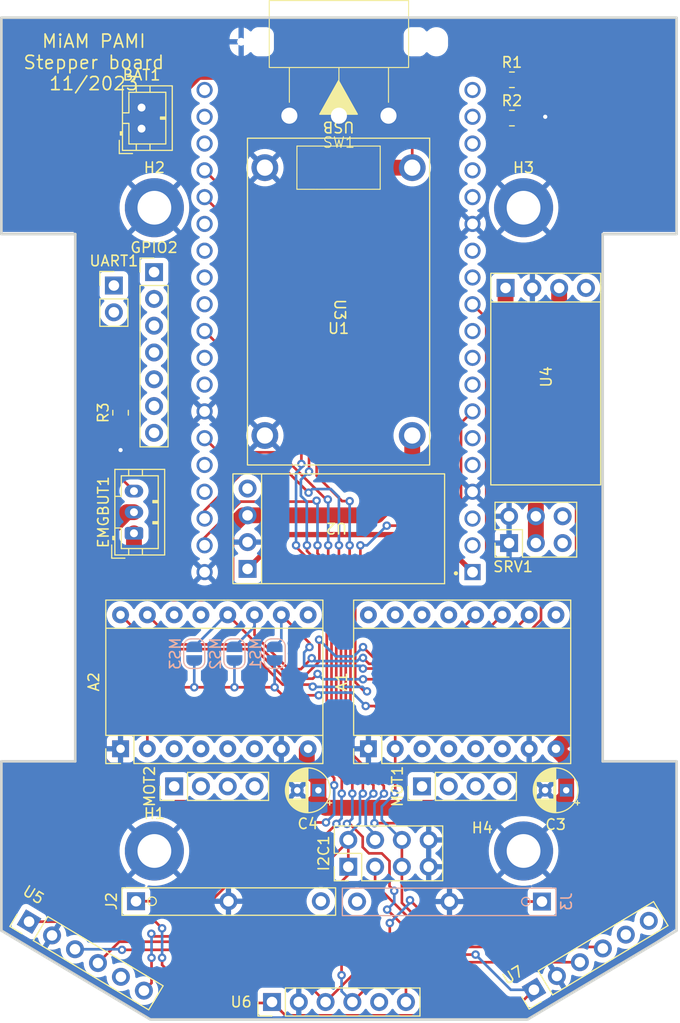
<source format=kicad_pcb>
(kicad_pcb (version 20221018) (generator pcbnew)
  (layers (0 "F.Cu" signal) (31 "B.Cu" signal) (34 "B.Paste" user) (35 "F.Paste" user) (36 "B.SilkS" user "B.Silkscreen") (37 "F.SilkS" user "F.Silkscreen") (38 "B.Mask" user) (39 "F.Mask" user) (44 "Edge.Cuts" user))
  (net 0 "")
  (net 1 "/BATTERY_INPUT")
  (net 2 "GND")
  (net 3 "/EMERGENCY_BUTTON")
  (net 4 "/5V_POWER")
  (net 5 "+12V")
  (net 6 "+3V3")
  (net 7 "/GPIO2")
  (net 8 "/GPIO5")
  (net 9 "/GPIO15")
  (net 10 "/GPIO23")
  (net 11 "/GPIO0")
  (net 12 "/GPIO4")
  (net 13 "/GPIO12")
  (net 14 "/GPIO18")
  (net 15 "/GPIO19")
  (net 16 "/GPIO34")
  (net 17 "/GPIO35")
  (net 18 "/SDA")
  (net 19 "/SCL")
  (net 20 "/MS1")
  (net 21 "/MS2")
  (net 22 "/MS3")
  (net 23 "/POWER_SWITCH")
  (net 24 "/BAT_READING")
  (net 25 "/SERVO_PWM_1")
  (net 26 "/SERVO_PWM_2")
  (net 28 "/RX2")
  (net 29 "/TX2")
  (net 31 "/DIR_2")
  (net 32 "/NOT_MOT_EN")
  (net 33 "/STEP_2")
  (net 34 "/DIR_1")
  (net 35 "/STEP_1")
  (net 45 "Net-(EMGBUT1-Pin_3)")
  (net 52 "Net-(A1-1B)")
  (net 53 "Net-(A1-1A)")
  (net 54 "Net-(A1-2A)")
  (net 55 "Net-(A1-2B)")
  (net 56 "Net-(A1-~{RESET})")
  (net 57 "Net-(A2-1B)")
  (net 58 "Net-(A2-1A)")
  (net 59 "Net-(A2-2A)")
  (net 60 "Net-(A2-2B)")
  (net 61 "Net-(A2-~{RESET})")
  (footprint "MiAM_ESP32_Footprints:VoltageRegulator" (layer "F.Cu") (at 170.434 80.264 90)
    (fp_text reference "U4")
    (fp_text value "3V3")
  )
  (footprint "Connector_PinHeader_2.54mm:PinHeader_1x02_P2.54mm_Vertical" (layer "F.Cu") (at 129.54 71.12)
    (fp_text reference "UART1")
    (fp_text value "Conn_01x02_Male")
  )
  (footprint "Connector_PinHeader_2.54mm:PinHeader_1x07_P2.54mm_Vertical" (layer "F.Cu") (at 133.35 69.85)
    (fp_text reference "GPIO2")
    (fp_text value "Conn_01x07_Male")
  )
  (footprint "MountingHole:MountingHole_3.2mm_M3_DIN965_Pad" (layer "F.Cu") (at 168.38 124.743668)
    (fp_text reference "H4")
    (fp_text value "MountingHole_Pad")
  )
  (footprint "MiAM_ESP32_Footprints:VoltageRegulator" (layer "F.Cu") (at 151.13 94.234 180)
    (fp_text reference "U2")
    (fp_text value "3V3")
  )
  (footprint "Connector_JST:JST_PH_B3B-PH-K_1x03_P2.00mm_Vertical" (layer "F.Cu") (at 131.445 94.615 90)
    (fp_text reference "EMGBUT1")
    (fp_text value "Conn_01x02_Male")
  )
  (footprint "Resistor_SMD:R_0805_2012Metric_Pad1.20x1.40mm_HandSolder" (layer "F.Cu") (at 167.275 55.245)
    (fp_text reference "R2")
    (fp_text value "10k")
  )
  (footprint "Connector_PinHeader_2.54mm:PinHeader_1x04_P2.54mm_Vertical" (layer "F.Cu") (at 135.255 118.618 90)
    (fp_text reference "MOT2")
    (fp_text value "Conn_01x04_Male")
  )
  (footprint "Module:Pololu_Breakout-16_15.2x20.3mm" (layer "F.Cu") (at 153.67 115.052 90)
    (fp_text reference "A1")
    (fp_text value "Pololu_Breakout_A4988")
  )
  (footprint "Connector_PinHeader_2.54mm:PinHeader_1x04_P2.54mm_Vertical" (layer "F.Cu") (at 158.75 118.618 90)
    (fp_text reference "MOT1")
    (fp_text value "Conn_01x04_Male")
  )
  (footprint "Resistor_SMD:R_0805_2012Metric_Pad1.20x1.40mm_HandSolder" (layer "F.Cu") (at 167.275 51.61)
    (fp_text reference "R1")
    (fp_text value "100k")
  )
  (footprint "Capacitor_THT:CP_Radial_D4.0mm_P2.00mm" (layer "F.Cu") (at 148.927599 118.989 180)
    (fp_text reference "C4")
    (fp_text value "100uF")
  )
  (footprint "Capacitor_THT:CP_Radial_D4.0mm_P2.00mm" (layer "F.Cu") (at 172.422599 118.989 180)
    (fp_text reference "C3")
    (fp_text value "100uF")
  )
  (footprint "MiAM_ESP32_Footprints:MT3608" (layer "F.Cu") (at 150.8408 72.644 -90)
    (fp_text reference "U3")
    (fp_text value "MT3608")
  )
  (footprint "Module:Pololu_Breakout-16_15.2x20.3mm" (layer "F.Cu") (at 130.175 115.052 90)
    (fp_text reference "A2")
    (fp_text value "Pololu_Breakout_A4988")
  )
  (footprint "Connector_PinHeader_2.54mm:PinHeader_2x03_P2.54mm_Vertical" (layer "F.Cu") (at 167.005 95.545 90)
    (fp_text reference "SRV1")
    (fp_text value "Conn_02x03_Odd_Even")
  )
  (footprint "MiAM_ESP32_Footprints:ESP32U-ShieldPattern" (layer "F.Cu") (at 150.8408 75.448 180)
    (fp_text reference "U1")
    (fp_text value "ESP32-DEVKITC-32U")
  )
  (footprint "MountingHole:MountingHole_3.2mm_M3_DIN965_Pad" (layer "F.Cu") (at 133.38 124.743668)
    (fp_text reference "H1")
    (fp_text value "MountingHole_Pad")
  )
  (footprint "Resistor_SMD:R_0805_2012Metric_Pad1.20x1.40mm_HandSolder" (layer "F.Cu") (at 130.175 83.185 90)
    (fp_text reference "R3")
    (fp_text value "10k")
  )
  (footprint "Connector_PinHeader_2.54mm:PinHeader_1x06_P2.54mm_Vertical" (layer "F.Cu") (at 144.53 139.065 90)
    (fp_text reference "U6")
    (fp_text value "~")
  )
  (footprint "Connector_JST:JST_PH_B2B-PH-K_1x02_P2.00mm_Vertical" (layer "F.Cu") (at 132.165 56.245 90)
    (fp_text reference "BAT1")
    (fp_text value "Screw_Terminal_01x02")
  )
  (footprint "Connector_PinHeader_2.54mm:PinHeader_2x04_P2.54mm_Vertical" (layer "F.Cu") (at 151.765 126.238 90)
    (fp_text reference "I2C1")
    (fp_text value "Conn_02x04_Odd_Even")
  )
  (footprint "Connector_PinHeader_2.54mm:PinHeader_1x06_P2.54mm_Vertical" (layer "F.Cu") (at 169.363385 137.90959 121)
    (fp_text reference "U7")
    (fp_text value "~")
  )
  (footprint "MiAM_ESP32_Footprints:SS-12D11" (layer "F.Cu") (at 150.876 55.016)
    (fp_text reference "SW1")
    (fp_text value "SW_DPDT_x2")
  )
  (footprint "MountingHole:MountingHole_3.2mm_M3_DIN965_Pad" (layer "F.Cu") (at 133.38 63.743668)
    (fp_text reference "H2")
    (fp_text value "MountingHole_Pad")
  )
  (footprint "Connector_PinHeader_2.54mm:PinHeader_1x06_P2.54mm_Vertical" (layer "F.Cu") (at 121.500739 131.445 59)
    (fp_text reference "U5")
    (fp_text value "~")
  )
  (footprint "MiAM_ESP32_Footprints:Microruptor" (layer "F.Cu") (at 131.6395 129.51 90)
    (fp_text reference "J2")
    (fp_text value "Conn_01x03_Male")
  )
  (footprint "MountingHole:MountingHole_3.2mm_M3_DIN965_Pad" (layer "F.Cu") (at 168.38 63.743668)
    (fp_text reference "H3")
    (fp_text value "MountingHole_Pad")
  )
  (footprint "Jumper:SolderJumper-2_P1.3mm_Open_RoundedPad1.0x1.5mm" (layer "B.Cu") (at 137.16 106.03 -90)
    (fp_text reference "MS3")
    (fp_text value "SolderJumper_2_Open")
  )
  (footprint "Jumper:SolderJumper-2_P1.3mm_Open_RoundedPad1.0x1.5mm" (layer "B.Cu") (at 140.97 106.03 -90)
    (fp_text reference "MS2")
    (fp_text value "SolderJumper_2_Open")
  )
  (footprint "MiAM_ESP32_Footprints:Microruptor" (layer "B.Cu") (at 170.1205 129.54 90)
    (fp_text reference "J3")
    (fp_text value "Conn_01x03_Male")
  )
  (footprint "Jumper:SolderJumper-2_P1.3mm_Open_RoundedPad1.0x1.5mm" (layer "B.Cu") (at 144.78 106.03 -90)
    (fp_text reference "MS1")
    (fp_text value "SolderJumper_2_Open")
  )
  (gr_line (start 118.88 45.72) (end 182.88 45.72) (stroke (width 0.25)) (layer "Edge.Cuts"))
  (gr_line (start 125.88 66.243668) (end 118.88 66.243668) (stroke (width 0.25)) (layer "Edge.Cuts"))
  (gr_line (start 182.88 116.243668) (end 182.88 132.296023) (stroke (width 0.25)) (layer "Edge.Cuts"))
  (gr_line (start 118.88 132.296023) (end 118.88 116.243668) (stroke (width 0.25)) (layer "Edge.Cuts"))
  (gr_line (start 175.88 116.243668) (end 182.88 116.243668) (stroke (width 0.25)) (layer "Edge.Cuts"))
  (gr_line (start 168.761794 140.72) (end 132.998206 140.72) (stroke (width 0.25)) (layer "Edge.Cuts"))
  (gr_line (start 118.88 66.243668) (end 118.88 45.72) (stroke (width 0.25)) (layer "Edge.Cuts"))
  (gr_line (start 175.88 66.243668) (end 175.88 116.243668) (stroke (width 0.25)) (layer "Edge.Cuts"))
  (gr_line (start 118.88 116.243668) (end 125.88 116.243668) (stroke (width 0.25)) (layer "Edge.Cuts"))
  (gr_line (start 132.998206 140.72) (end 118.88 132.296023) (stroke (width 0.25)) (layer "Edge.Cuts"))
  (gr_line (start 182.88 45.72) (end 182.88 66.243668) (stroke (width 0.25)) (layer "Edge.Cuts"))
  (gr_line (start 125.88 116.243668) (end 125.88 66.243668) (stroke (width 0.25)) (layer "Edge.Cuts"))
  (gr_line (start 182.88 132.296023) (end 168.761794 140.72) (stroke (width 0.25)) (layer "Edge.Cuts"))
  (gr_line (start 182.88 66.243668) (end 175.88 66.243668) (stroke (width 0.25)) (layer "Edge.Cuts"))
  (gr_text "MiAM PAMI\nStepper board\n11/2023" (at 127.635 52.705) (layer "F.SilkS") (effects (font (size 1.25 1.25) (thickness 0.15625)) (justify bottom)))
  (segment (start 132.165 56.245) (end 133.04 56.245) (width 1.5) (layer "F.Cu") (net 1))
  (segment (start 135.89 52.403423) (end 137.430423 50.863) (width 1.5) (layer "F.Cu") (net 1))
  (segment (start 133.04 56.245) (end 135.89 53.395) (width 1.5) (layer "F.Cu") (net 1))
  (segment (start 135.89 53.395) (end 135.89 52.403423) (width 1.5) (layer "F.Cu") (net 1))
  (segment (start 155.575 54.762) (end 155.575 55.016) (width 1.5) (layer "F.Cu") (net 1))
  (segment (start 137.430423 50.863) (end 151.676 50.863) (width 1.5) (layer "F.Cu") (net 1))
  (segment (start 151.676 50.863) (end 155.575 54.762) (width 1.5) (layer "F.Cu") (net 1))
  (segment (start 130.175 84.185) (end 130.175 86.725) (width 0.25) (layer "F.Cu") (net 2))
  (segment (start 170.307 55.245) (end 170.434 55.118) (width 0.25) (layer "F.Cu") (net 2))
  (segment (start 168.275 55.245) (end 170.307 55.245) (width 0.25) (layer "F.Cu") (net 2))
  (via (at 170.434 55.118) (size 0.8) (drill 0.4) (layers "F.Cu" "B.Cu") (net 2))
  (via (at 130.175 86.725) (size 0.8) (drill 0.4) (layers "F.Cu" "B.Cu") (net 2))
  (segment (start 149.606 120.65) (end 148.927599 119.971599) (width 1.5) (layer "F.Cu") (net 3))
  (segment (start 147.828 115.179) (end 147.955 115.052) (width 1.5) (layer "F.Cu") (net 3))
  (segment (start 171.361599 120.65) (end 149.606 120.65) (width 1.5) (layer "F.Cu") (net 3))
  (segment (start 171.7548 87.9348) (end 173.99 90.17) (width 1.5) (layer "F.Cu") (net 3))
  (segment (start 171.7548 71.3486) (end 171.7548 87.9348) (width 1.5) (layer "F.Cu") (net 3))
  (segment (start 172.422599 116.024599) (end 172.422599 118.989) (width 1.5) (layer "F.Cu") (net 3))
  (segment (start 173.99 90.17) (end 173.99 112.268) (width 1.5) (layer "F.Cu") (net 3))
  (segment (start 132.461 120.65) (end 127.635 115.824) (width 1.5) (layer "F.Cu") (net 3))
  (segment (start 148.927599 119.971599) (end 148.927599 118.989) (width 1.5) (layer "F.Cu") (net 3))
  (segment (start 127.635 95.752942) (end 130.772942 92.615) (width 1.5) (layer "F.Cu") (net 3))
  (segment (start 148.082 120.65) (end 132.461 120.65) (width 1.5) (layer "F.Cu") (net 3))
  (segment (start 171.45 115.052) (end 172.422599 116.024599) (width 1.5) (layer "F.Cu") (net 3))
  (segment (start 148.927599 119.804401) (end 148.082 120.65) (width 1.5) (layer "F.Cu") (net 3))
  (segment (start 172.422599 119.589) (end 171.361599 120.65) (width 1.5) (layer "F.Cu") (net 3))
  (segment (start 172.422599 118.989) (end 172.422599 119.589) (width 1.5) (layer "F.Cu") (net 3))
  (segment (start 171.46 115.052) (end 171.45 115.052) (width 1.5) (layer "F.Cu") (net 3))
  (segment (start 130.772942 92.615) (end 131.445 92.615) (width 1.5) (layer "F.Cu") (net 3))
  (segment (start 148.927599 117.939599) (end 147.828 116.84) (width 1.5) (layer "F.Cu") (net 3))
  (segment (start 127.635 115.57) (end 127.635 95.752942) (width 1.5) (layer "F.Cu") (net 3))
  (segment (start 148.927599 118.989) (end 148.927599 119.804401) (width 1.5) (layer "F.Cu") (net 3))
  (segment (start 148.927599 118.989) (end 148.927599 117.939599) (width 1.5) (layer "F.Cu") (net 3))
  (segment (start 147.828 116.84) (end 147.828 115.179) (width 1.5) (layer "F.Cu") (net 3))
  (segment (start 173.99 112.522) (end 171.46 115.052) (width 1.5) (layer "F.Cu") (net 3))
  (segment (start 169.545 91.286062) (end 169.545 95.545) (width 1.5) (layer "F.Cu") (net 4))
  (segment (start 166.6748 88.415862) (end 169.545 91.286062) (width 1.5) (layer "F.Cu") (net 4))
  (segment (start 166.6748 71.3486) (end 166.6748 88.415862) (width 1.5) (layer "F.Cu") (net 4))
  (segment (start 140.208 99.441) (end 139.319 100.33) (width 1.5) (layer "F.Cu") (net 5))
  (segment (start 139.319 100.33) (end 135.128 100.33) (width 1.5) (layer "F.Cu") (net 5))
  (segment (start 131.445 96.647) (end 134.874 100.076) (width 1.5) (layer "F.Cu") (net 5))
  (segment (start 140.208 94.488) (end 140.208 99.187) (width 1.5) (layer "F.Cu") (net 5))
  (segment (start 141.7828 92.9132) (end 140.208 94.488) (width 1.5) (layer "F.Cu") (net 5))
  (segment (start 154.4828 92.9132) (end 157.8258 89.5702) (width 1.5) (layer "F.Cu") (net 5))
  (segment (start 142.2146 92.9132) (end 154.4828 92.9132) (width 1.5) (layer "F.Cu") (net 5))
  (segment (start 157.8258 89.5702) (end 157.8258 85.344) (width 1.5) (layer "F.Cu") (net 5))
  (segment (start 131.445 96.647) (end 131.445 94.615) (width 1.5) (layer "F.Cu") (net 5))
  (segment (start 135.128 100.33) (end 134.874 100.076) (width 1.5) (layer "F.Cu") (net 5))
  (segment (start 142.2146 92.9132) (end 141.7828 92.9132) (width 1.5) (layer "F.Cu") (net 5))
  (segment (start 156.21 119.234512) (end 156.144012 119.3005) (width 0.25) (layer "F.Cu") (net 6))
  (segment (start 161.746697 134.568697) (end 163.83 134.568697) (width 0.25) (layer "F.Cu") (net 6))
  (segment (start 166.937975 140.335) (end 145.8 140.335) (width 0.25) (layer "F.Cu") (net 6))
  (segment (start 144.438672 139.156328) (end 144.53 139.065) (width 0.25) (layer "F.Cu") (net 6))
  (segment (start 142.2146 97.9932) (end 145.4658 94.742) (width 0.5) (layer "F.Cu") (net 6))
  (segment (start 136.144 109.22) (end 132.715 112.649) (width 0.25) (layer "F.Cu") (net 6))
  (segment (start 137.16 109.22) (end 136.144 109.22) (width 0.25) (layer "F.Cu") (net 6))
  (segment (start 133.477 131.445) (end 121.500739 131.445) (width 0.25) (layer "F.Cu") (net 6))
  (segment (start 159.9848 94.742) (end 163.5408 98.298) (width 0.5) (layer "F.Cu") (net 6))
  (segment (start 153.416 110.998) (end 154.2785 110.998) (width 0.25) (layer "F.Cu") (net 6))
  (segment (start 134.112 135.547893) (end 137.720435 139.156328) (width 0.25) (layer "F.Cu") (net 6))
  (segment (start 148.95825 109.982) (end 145.542 109.982) (width 0.25) (layer "F.Cu") (net 6))
  (segment (start 156.21 112.9295) (end 156.21 115.052) (width 0.25) (layer "F.Cu") (net 6))
  (segment (start 156.845 129.667) (end 161.746697 134.568697) (width 0.25) (layer "F.Cu") (net 6))
  (segment (start 145.542 109.982) (end 144.78 109.22) (width 0.25) (layer "F.Cu") (net 6))
  (segment (start 154.2785 110.998) (end 156.21 112.9295) (width 0.25) (layer "F.Cu") (net 6))
  (segment (start 134.112 134.874) (end 134.112 135.547893) (width 0.25) (layer "F.Cu") (net 6))
  (segment (start 137.720435 139.156328) (end 144.438672 139.156328) (width 0.25) (layer "F.Cu") (net 6))
  (segment (start 169.363385 137.90959) (end 166.937975 140.335) (width 0.25) (layer "F.Cu") (net 6))
  (segment (start 145.4658 94.742) (end 159.9848 94.742) (width 0.5) (layer "F.Cu") (net 6))
  (segment (start 132.715 112.649) (end 132.715 115.052) (width 0.25) (layer "F.Cu") (net 6))
  (segment (start 144.78 109.22) (end 137.16 109.22) (width 0.25) (layer "F.Cu") (net 6))
  (segment (start 156.21 115.052) (end 156.21 119.234512) (width 0.25) (layer "F.Cu") (net 6))
  (segment (start 145.8 140.335) (end 144.53 139.065) (width 0.25) (layer "F.Cu") (net 6))
  (segment (start 134.112 132.08) (end 133.477 131.445) (width 0.25) (layer "F.Cu") (net 6))
  (segment (start 156.845 123.825) (end 156.845 129.667) (width 0.25) (layer "F.Cu") (net 6))
  (via (at 134.112 134.874) (size 0.8) (drill 0.4) (layers "F.Cu" "B.Cu") (net 6))
  (via (at 137.16 109.22) (size 0.8) (drill 0.4) (layers "F.Cu" "B.Cu") (net 6))
  (via (at 153.416 110.998) (size 0.8) (drill 0.4) (layers "F.Cu" "B.Cu") (net 6))
  (via (at 156.144012 119.3005) (size 0.8) (drill 0.4) (layers "F.Cu" "B.Cu") (net 6))
  (via (at 148.95825 109.982) (size 0.8) (drill 0.4) (layers "F.Cu" "B.Cu") (net 6))
  (via (at 163.83 134.568697) (size 0.8) (drill 0.4) (layers "F.Cu" "B.Cu") (net 6))
  (via (at 134.112 132.08) (size 0.8) (drill 0.4) (layers "F.Cu" "B.Cu") (net 6))
  (via (at 140.97 109.22) (size 0.8) (drill 0.4) (layers "F.Cu" "B.Cu") (net 6))
  (via (at 144.78 109.22) (size 0.8) (drill 0.4) (layers "F.Cu" "B.Cu") (net 6))
  (segment (start 137.16 106.68) (end 137.16 109.22) (width 0.25) (layer "B.Cu") (net 6))
  (segment (start 148.95825 109.982) (end 149.21225 109.728) (width 0.25) (layer "B.Cu") (net 6))
  (segment (start 155.869509 119.575003) (end 155.869509 119.600805) (width 0.25) (layer "B.Cu") (net 6))
  (segment (start 167.170893 137.90959) (end 169.363385 137.90959) (width 0.25) (layer "B.Cu") (net 6))
  (segment (start 154.94 120.530314) (end 154.94 121.793) (width 0.25) (layer "B.Cu") (net 6))
  (segment (start 144.78 106.68) (end 144.78 109.22) (width 0.25) (layer "B.Cu") (net 6))
  (segment (start 134.112 132.08) (end 134.112 134.874) (width 0.25) (layer "B.Cu") (net 6))
  (segment (start 163.83 134.568697) (end 167.170893 137.90959) (width 0.25) (layer "B.Cu") (net 6))
  (segment (start 152.146 109.728) (end 153.416 110.998) (width 0.25) (layer "B.Cu") (net 6))
  (segment (start 155.869509 119.600805) (end 154.94 120.530314) (width 0.25) (layer "B.Cu") (net 6))
  (segment (start 154.94 121.793) (end 156.845 123.698) (width 0.25) (layer "B.Cu") (net 6))
  (segment (start 140.97 106.68) (end 140.97 109.22) (width 0.25) (layer "B.Cu") (net 6))
  (segment (start 149.21225 109.728) (end 152.146 109.728) (width 0.25) (layer "B.Cu") (net 6))
  (segment (start 156.144012 119.3005) (end 155.869509 119.575003) (width 0.25) (layer "B.Cu") (net 6))
  (segment (start 150.172 98.620291) (end 150.172 116.919191) (width 0.25) (layer "F.Cu") (net 7))
  (segment (start 133.341402 132.842) (end 139.970497 132.842) (width 0.25) (layer "F.Cu") (net 7))
  (segment (start 147.8458 96.294091) (end 150.172 98.620291) (width 0.25) (layer "F.Cu") (net 7))
  (segment (start 133.091701 132.592299) (end 133.341402 132.842) (width 0.25) (layer "F.Cu") (net 7))
  (segment (start 151.146498 117.893689) (end 151.146498 119.299922) (width 0.25) (layer "F.Cu") (net 7))
  (segment (start 133.112497 134.874) (end 133.112497 137.260251) (width 0.25) (layer "F.Cu") (net 7))
  (segment (start 138.1408 62.738) (end 148.041585 72.638785) (width 0.25) (layer "F.Cu") (net 7))
  (segment (start 147.8458 95.758) (end 147.8458 96.294091) (width 0.25) (layer "F.Cu") (net 7))
  (segment (start 139.970497 132.842) (end 150.638497 122.174) (width 0.25) (layer "F.Cu") (net 7))
  (segment (start 150.172 116.919191) (end 151.146498 117.893689) (width 0.25) (layer "F.Cu") (net 7))
  (segment (start 148.041585 72.638785) (end 148.041585 88.762181) (width 0.25) (layer "F.Cu") (net 7))
  (segment (start 133.112497 137.260251) (end 132.386764 137.985984) (width 0.25) (layer "F.Cu") (net 7))
  (via (at 148.041585 88.762181) (size 0.8) (drill 0.4) (layers "F.Cu" "B.Cu") (net 7))
  (via (at 151.146498 119.299922) (size 0.8) (drill 0.4) (layers "F.Cu" "B.Cu") (net 7))
  (via (at 133.112497 134.874) (size 0.8) (drill 0.4) (layers "F.Cu" "B.Cu") (net 7))
  (via (at 147.8458 95.758) (size 0.8) (drill 0.4) (layers "F.Cu" "B.Cu") (net 7))
  (via (at 150.638497 122.174) (size 0.8) (drill 0.4) (layers "F.Cu" "B.Cu") (net 7))
  (via (at 133.091701 132.592299) (size 0.8) (drill 0.4) (layers "F.Cu" "B.Cu") (net 7))
  (segment (start 150.913 121.873695) (end 150.913 121.899497) (width 0.25) (layer "B.Cu") (net 7))
  (segment (start 147.8458 95.758) (end 147.828 95.7402) (width 0.25) (layer "B.Cu") (net 7))
  (segment (start 133.091701 132.592299) (end 133.112497 132.613095) (width 0.25) (layer "B.Cu") (net 7))
  (segment (start 147.270103 91.065202) (end 147.270103 89.533663) (width 0.25) (layer "B.Cu") (net 7))
  (segment (start 147.828 91.623099) (end 147.270103 91.065202) (width 0.25) (layer "B.Cu") (net 7))
  (segment (start 150.913 121.899497) (end 150.638497 122.174) (width 0.25) (layer "B.Cu") (net 7))
  (segment (start 147.828 95.7402) (end 147.828 91.623099) (width 0.25) (layer "B.Cu") (net 7))
  (segment (start 151.13 121.656695) (end 150.913 121.873695) (width 0.25) (layer "B.Cu") (net 7))
  (segment (start 151.13 119.31642) (end 151.13 121.656695) (width 0.25) (layer "B.Cu") (net 7))
  (segment (start 147.270103 89.533663) (end 148.041585 88.762181) (width 0.25) (layer "B.Cu") (net 7))
  (segment (start 133.112497 132.613095) (end 133.112497 134.874) (width 0.25) (layer "B.Cu") (net 7))
  (segment (start 151.146498 119.299922) (end 151.13 119.31642) (width 0.25) (layer "B.Cu") (net 7))
  (segment (start 146.811387 95.896074) (end 149.722 98.806687) (width 0.25) (layer "F.Cu") (net 8))
  (segment (start 147.317085 88.038384) (end 147.317085 84.614285) (width 0.25) (layer "F.Cu") (net 8))
  (segment (start 150.421998 117.805585) (end 150.421998 118.50766) (width 0.25) (layer "F.Cu") (net 8))
  (segment (start 131.6395 129.51) (end 138.742446 129.51) (width 0.25) (layer "F.Cu") (net 8))
  (segment (start 149.722 117.105587) (end 150.421998 117.805585) (width 0.25) (layer "F.Cu") (net 8))
  (segment (start 147.317085 84.614285) (end 138.1408 75.438) (width 0.25) (layer "F.Cu") (net 8))
  (segment (start 149.722 98.806687) (end 149.722 117.105587) (width 0.25) (layer "F.Cu") (net 8))
  (segment (start 146.811387 95.758) (end 146.811387 95.896074) (width 0.25) (layer "F.Cu") (net 8))
  (segment (start 146.213613 122.038833) (end 149.648176 122.038833) (width 0.25) (layer "F.Cu") (net 8))
  (segment (start 138.742446 129.51) (end 146.213613 122.038833) (width 0.25) (layer "F.Cu") (net 8))
  (via (at 150.421998 118.50766) (size 0.8) (drill 0.4) (layers "F.Cu" "B.Cu") (net 8))
  (via (at 149.648176 122.038833) (size 0.8) (drill 0.4) (layers "F.Cu" "B.Cu") (net 8))
  (via (at 147.317085 88.038384) (size 0.8) (drill 0.4) (layers "F.Cu" "B.Cu") (net 8))
  (via (at 146.811387 95.758) (size 0.8) (drill 0.4) (layers "F.Cu" "B.Cu") (net 8))
  (segment (start 146.811387 95.758) (end 146.811387 88.900613) (width 0.25) (layer "B.Cu") (net 8))
  (segment (start 147.317085 88.394915) (end 147.317085 88.038384) (width 0.25) (layer "B.Cu") (net 8))
  (segment (start 149.648176 122.038833) (end 150.421998 121.265011) (width 0.25) (layer "B.Cu") (net 8))
  (segment (start 146.811387 88.900613) (end 147.317085 88.394915) (width 0.25) (layer "B.Cu") (net 8))
  (segment (start 150.421998 121.265011) (end 150.421998 118.50766) (width 0.25) (layer "B.Cu") (net 8))
  (segment (start 155.13388 118.5755) (end 155.13388 119.289871) (width 0.25) (layer "F.Cu") (net 9))
  (segment (start 167.894 129.54) (end 170.1205 129.54) (width 0.25) (layer "F.Cu") (net 9))
  (segment (start 151.972 115.41362) (end 155.13388 118.5755) (width 0.25) (layer "F.Cu") (net 9))
  (segment (start 155.13388 119.289871) (end 155.144509 119.3005) (width 0.25) (layer "F.Cu") (net 9))
  (segment (start 138.1408 60.198) (end 148.765702 70.822902) (width 0.25) (layer "F.Cu") (net 9))
  (segment (start 151.892 95.758) (end 151.892 97.407604) (width 0.25) (layer "F.Cu") (net 9))
  (segment (start 148.765702 89.154) (end 151.175402 91.5637) (width 0.25) (layer "F.Cu") (net 9))
  (segment (start 160.4602 122.1062) (end 167.894 129.54) (width 0.25) (layer "F.Cu") (net 9))
  (segment (start 154.2458 122.1062) (end 160.4602 122.1062) (width 0.25) (layer "F.Cu") (net 9))
  (segment (start 151.175402 91.5637) (end 151.892 91.5637) (width 0.25) (layer "F.Cu") (net 9))
  (segment (start 151.892 97.407604) (end 151.972 97.487604) (width 0.25) (layer "F.Cu") (net 9))
  (segment (start 148.765702 70.822902) (end 148.765702 89.154) (width 0.25) (layer "F.Cu") (net 9))
  (segment (start 151.972 97.487604) (end 151.972 115.41362) (width 0.25) (layer "F.Cu") (net 9))
  (via (at 151.892 95.758) (size 0.8) (drill 0.4) (layers "F.Cu" "B.Cu") (net 9))
  (via (at 154.2458 122.1062) (size 0.8) (drill 0.4) (layers "F.Cu" "B.Cu") (net 9))
  (via (at 151.892 91.5637) (size 0.8) (drill 0.4) (layers "F.Cu" "B.Cu") (net 9))
  (via (at 155.144509 119.3005) (size 0.8) (drill 0.4) (layers "F.Cu" "B.Cu") (net 9))
  (segment (start 155.144509 119.326302) (end 154.2458 120.225011) (width 0.25) (layer "B.Cu") (net 9))
  (segment (start 151.892 95.758) (end 151.892 91.5637) (width 0.25) (layer "B.Cu") (net 9))
  (segment (start 154.2458 120.225011) (end 154.2458 122.1062) (width 0.25) (layer "B.Cu") (net 9))
  (segment (start 155.144509 119.3005) (end 155.144509 119.326302) (width 0.25) (layer "B.Cu") (net 9))
  (segment (start 155.67 128.0735) (end 156.1205 128.524) (width 0.25) (layer "F.Cu") (net 10))
  (segment (start 154.94 124.968) (end 155.67 125.698) (width 0.25) (layer "F.Cu") (net 10))
  (segment (start 151.901054 122.174) (end 153.13 123.402946) (width 0.25) (layer "F.Cu") (net 10))
  (segment (start 155.67 125.698) (end 155.67 128.0735) (width 0.25) (layer "F.Cu") (net 10))
  (segment (start 150.622 98.298) (end 150.622 116.732795) (width 0.25) (layer "F.Cu") (net 10))
  (segment (start 150.622 116.732795) (end 152.146 118.256795) (width 0.25) (layer "F.Cu") (net 10))
  (segment (start 153.13 124.382366) (end 153.715634 124.968) (width 0.25) (layer "F.Cu") (net 10))
  (segment (start 148.757103 91.526897) (end 148.6695 91.6145) (width 0.25) (layer "F.Cu") (net 10))
  (segment (start 138.1408 95.0312) (end 138.1408 95.758) (width 0.25) (layer "F.Cu") (net 10))
  (segment (start 155.448 130.302) (end 157.23 132.084) (width 0.25) (layer "F.Cu") (net 10))
  (segment (start 148.6695 91.6145) (end 141.5575 91.6145) (width 0.25) (layer "F.Cu") (net 10))
  (segment (start 153.715634 124.968) (end 154.94 124.968) (width 0.25) (layer "F.Cu") (net 10))
  (segment (start 153.13 123.402946) (end 153.13 124.382366) (width 0.25) (layer "F.Cu") (net 10))
  (segment (start 148.844896 96.520896) (end 150.622 98.298) (width 0.25) (layer "F.Cu") (net 10))
  (segment (start 152.146 118.256795) (end 152.146 119.3005) (width 0.25) (layer "F.Cu") (net 10))
  (segment (start 157.23 132.084) (end 157.23 139.065) (width 0.25) (layer "F.Cu") (net 10))
  (segment (start 151.638 122.174) (end 151.901054 122.174) (width 0.25) (layer "F.Cu") (net 10))
  (segment (start 148.844896 95.758) (end 148.844896 96.520896) (width 0.25) (layer "F.Cu") (net 10))
  (segment (start 141.5575 91.6145) (end 138.1408 95.0312) (width 0.25) (layer "F.Cu") (net 10))
  (via (at 152.146 119.3005) (size 0.8) (drill 0.4) (layers "F.Cu" "B.Cu") (net 10))
  (via (at 148.844896 95.758) (size 0.8) (drill 0.4) (layers "F.Cu" "B.Cu") (net 10))
  (via (at 148.757103 91.526897) (size 0.8) (drill 0.4) (layers "F.Cu" "B.Cu") (net 10))
  (via (at 156.1205 128.524) (size 0.8) (drill 0.4) (layers "F.Cu" "B.Cu") (net 10))
  (via (at 151.638 122.174) (size 0.8) (drill 0.4) (layers "F.Cu" "B.Cu") (net 10))
  (via (at 155.448 130.302) (size 0.8) (drill 0.4) (layers "F.Cu" "B.Cu") (net 10))
  (segment (start 152.146 119.3005) (end 152.146 121.666) (width 0.25) (layer "B.Cu") (net 10))
  (segment (start 156.1205 128.524) (end 156.1205 129.6295) (width 0.25) (layer "B.Cu") (net 10))
  (segment (start 148.844896 95.758) (end 148.844896 91.61469) (width 0.25) (layer "B.Cu") (net 10))
  (segment (start 152.146 121.666) (end 151.638 122.174) (width 0.25) (layer "B.Cu") (net 10))
  (segment (start 148.844896 91.61469) (end 148.757103 91.526897) (width 0.25) (layer "B.Cu") (net 10))
  (segment (start 156.1205 129.6295) (end 155.448 130.302) (width 0.25) (layer "B.Cu") (net 10))
  (segment (start 149.86 95.758) (end 149.86 96.774) (width 0.25) (layer "F.Cu") (net 18))
  (segment (start 139.4818 86.939) (end 138.1408 85.598) (width 0.25) (layer "F.Cu") (net 18))
  (segment (start 175.753697 133.843697) (end 175.895 133.985) (width 0.25) (layer "F.Cu") (net 18))
  (segment (start 142.24 133.35) (end 130.051944 133.35) (width 0.25) (layer "F.Cu") (net 18))
  (segment (start 149.86 96.774) (end 151.072 97.986) (width 0.25) (layer "F.Cu") (net 18))
  (segment (start 162.046295 133.843697) (end 175.753697 133.843697) (width 0.25) (layer "F.Cu") (net 18))
  (segment (start 151.072 116.274) (end 153.145503 118.347503) (width 0.25) (layer "F.Cu") (net 18))
  (segment (start 152.15 139.065) (end 155.697701 135.517299) (width 0.25) (layer "F.Cu") (net 18))
  (segment (start 149.665239 91.410434) (end 145.193805 86.939) (width 0.25) (layer "F.Cu") (net 18))
  (segment (start 157.611299 129.408701) (end 162.046295 133.843697) (width 0.25) (layer "F.Cu") (net 18))
  (segment (start 153.145503 118.347503) (end 153.145503 119.3005) (width 0.25) (layer "F.Cu") (net 18))
  (segment (start 130.051944 133.35) (end 128.032354 135.36959) (width 0.25) (layer "F.Cu") (net 18))
  (segment (start 151.1277 136.5227) (end 151.1277 127.6373) (width 0.25) (layer "F.Cu") (net 18))
  (segment (start 151.765 123.19) (end 151.765 125.73) (width 0.25) (layer "F.Cu") (net 18))
  (segment (start 155.697701 135.517299) (end 155.697701 131.576299) (width 0.25) (layer "F.Cu") (net 18))
  (segment (start 145.193805 86.939) (end 139.4818 86.939) (width 0.25) (layer "F.Cu") (net 18))
  (segment (start 151.072 97.986) (end 151.072 116.274) (width 0.25) (layer "F.Cu") (net 18))
  (segment (start 151.1277 127.6373) (end 152.4 126.365) (width 0.25) (layer "F.Cu") (net 18))
  (segment (start 149.822449 91.410434) (end 149.665239 91.410434) (width 0.25) (layer "F.Cu") (net 18))
  (segment (start 151.765 123.825) (end 142.24 133.35) (width 0.25) (layer "F.Cu") (net 18))
  (via (at 149.86 95.758) (size 0.8) (drill 0.4) (layers "F.Cu" "B.Cu") (net 18))
  (via (at 157.611299 129.408701) (size 0.8) (drill 0.4) (layers "F.Cu" "B.Cu") (net 18))
  (via (at 153.145503 119.3005) (size 0.8) (drill 0.4) (layers "F.Cu" "B.Cu") (net 18))
  (via (at 151.1277 136.5227) (size 0.8) (drill 0.4) (layers "F.Cu" "B.Cu") (net 18))
  (via (at 155.697701 131.576299) (size 0.8) (drill 0.4) (layers "F.Cu" "B.Cu") (net 18))
  (via (at 149.822449 91.410434) (size 0.8) (drill 0.4) (layers "F.Cu" "B.Cu") (net 18))
  (segment (start 152.15 139.065) (end 151.1277 138.0427) (width 0.25) (layer "B.Cu") (net 18))
  (segment (start 149.86 95.758) (end 149.86 91.447985) (width 0.25) (layer "B.Cu") (net 18))
  (segment (start 151.1277 138.0427) (end 151.1277 136.5227) (width 0.25) (layer "B.Cu") (net 18))
  (segment (start 153.145503 119.3005) (end 152.871 119.575003) (width 0.25) (layer "B.Cu") (net 18))
  (segment (start 152.871 119.575003) (end 152.871 122.084) (width 0.25) (layer "B.Cu") (net 18))
  (segment (start 155.697701 131.576299) (end 157.611299 129.662701) (width 0.25) (layer "B.Cu") (net 18))
  (segment (start 149.86 91.447985) (end 149.822449 91.410434) (width 0.25) (layer "B.Cu") (net 18))
  (segment (start 157.611299 129.662701) (end 157.611299 129.408701) (width 0.25) (layer "B.Cu") (net 18))
  (segment (start 152.871 122.084) (end 151.765 123.19) (width 0.25) (layer "B.Cu") (net 18))
  (segment (start 154.305 134.37) (end 149.61 139.065) (width 0.25) (layer "F.Cu") (net 19))
  (segment (start 149.61 139.065) (end 144.663271 134.118271) (width 0.25) (layer "F.Cu") (net 19))
  (segment (start 147.995103 90.764897) (end 146.130206 88.9) (width 0.25) (layer "F.Cu") (net 19))
  (segment (start 151.522 97.674) (end 151.522 115.8825) (width 0.25) (layer "F.Cu") (net 19))
  (segment (start 154.145006 118.505506) (end 154.145006 119.3005) (width 0.25) (layer "F.Cu") (net 19))
  (segment (start 161.709197 135.293197) (end 154.305 127.889) (width 0.25) (layer "F.Cu") (net 19))
  (segment (start 141.6938 88.9) (end 138.1408 92.453) (width 0.25) (layer "F.Cu") (net 19))
  (segment (start 154.305 126.238) (end 154.305 128.016) (width 0.25) (layer "F.Cu") (net 19))
  (segment (start 150.876 95.758) (end 150.876 97.028) (width 0.25) (layer "F.Cu") (net 19))
  (segment (start 151.522 115.8825) (end 154.145006 118.505506) (width 0.25) (layer "F.Cu") (net 19))
  (segment (start 154.305 128.016) (end 154.305 134.37) (width 0.25) (layer "F.Cu") (net 19))
  (segment (start 146.130206 88.9) (end 141.6938 88.9) (width 0.25) (layer "F.Cu") (net 19))
  (segment (start 154.305 127.889) (end 154.305 128.016) (width 0.25) (layer "F.Cu") (net 19))
  (segment (start 173.717795 135.293197) (end 161.709197 135.293197) (width 0.25) (layer "F.Cu") (net 19))
  (segment (start 138.1408 92.453) (end 138.1408 93.218) (width 0.25) (layer "F.Cu") (net 19))
  (segment (start 150.876 97.028) (end 151.522 97.674) (width 0.25) (layer "F.Cu") (net 19))
  (segment (start 144.663271 134.118271) (end 130.308271 134.118271) (width 0.25) (layer "F.Cu") (net 19))
  (via (at 154.145006 119.3005) (size 0.8) (drill 0.4) (layers "F.Cu" "B.Cu") (net 19))
  (via (at 150.876 95.758) (size 0.8) (drill 0.4) (layers "F.Cu" "B.Cu") (net 19))
  (via (at 130.308271 134.118271) (size 0.8) (drill 0.4) (layers "F.Cu" "B.Cu") (net 19))
  (via (at 147.995103 90.764897) (size 0.8) (drill 0.4) (layers "F.Cu" "B.Cu") (net 19))
  (segment (start 153.870503 119.600805) (end 153.445808 120.0255) (width 0.25) (layer "B.Cu") (net 19))
  (segment (start 150.114 90.424) (end 148.336 90.424) (width 0.25) (layer "B.Cu") (net 19))
  (segment (start 153.445808 120.0255) (end 153.420006 120.0255) (width 0.25) (layer "B.Cu") (net 19))
  (segment (start 153.870503 119.575003) (end 153.870503 119.600805) (width 0.25) (layer "B.Cu") (net 19))
  (segment (start 154.145006 119.3005) (end 153.870503 119.575003) (width 0.25) (layer "B.Cu") (net 19))
  (segment (start 130.308271 134.118271) (end 130.251393 134.061393) (width 0.25) (layer "B.Cu") (net 19))
  (segment (start 150.876 95.758) (end 150.876 91.186) (width 0.25) (layer "B.Cu") (net 19))
  (segment (start 150.876 91.186) (end 150.114 90.424) (width 0.25) (layer "B.Cu") (net 19))
  (segment (start 153.420006 120.0255) (end 153.416 120.029506) (width 0.25) (layer "B.Cu") (net 19))
  (segment (start 153.416 120.029506) (end 153.416 122.301) (width 0.25) (layer "B.Cu") (net 19))
  (segment (start 148.336 90.424) (end 147.995103 90.764897) (width 0.25) (layer "B.Cu") (net 19))
  (segment (start 153.416 122.301) (end 154.305 123.19) (width 0.25) (layer "B.Cu") (net 19))
  (segment (start 130.251393 134.061393) (end 125.855149 134.061393) (width 0.25) (layer "B.Cu") (net 19))
  (segment (start 148.082 105.41) (end 148.082 105.019) (width 0.25) (layer "F.Cu") (net 20))
  (segment (start 153.152793 107.44999) (end 153.160783 107.442) (width 0.25) (layer "F.Cu") (net 20))
  (segment (start 163.82 107.442) (end 168.91 102.352) (width 0.25) (layer "F.Cu") (net 20))
  (segment (start 148.082 105.019) (end 145.415 102.352) (width 0.25) (layer "F.Cu") (net 20))
  (segment (start 153.160783 107.442) (end 163.82 107.442) (width 0.25) (layer "F.Cu") (net 20))
  (via (at 153.152793 107.44999) (size 0.8) (drill 0.4) (layers "F.Cu" "B.Cu") (net 20))
  (via (at 148.082 105.41) (size 0.8) (drill 0.4) (layers "F.Cu" "B.Cu") (net 20))
  (segment (start 148.082 105.41) (end 147.574 105.918) (width 0.25) (layer "B.Cu") (net 20))
  (segment (start 152.890803 107.188) (end 153.152793 107.44999) (width 0.25) (layer "B.Cu") (net 20))
  (segment (start 147.574 107.188) (end 152.890803 107.188) (width 0.25) (layer "B.Cu") (net 20))
  (segment (start 147.574 105.918) (end 147.574 107.188) (width 0.25) (layer "B.Cu") (net 20))
  (segment (start 145.415 104.745) (end 145.415 102.352) (width 0.25) (layer "B.Cu") (net 20))
  (segment (start 144.78 105.38) (end 145.415 104.745) (width 0.25) (layer "B.Cu") (net 20))
  (segment (start 147.262 107.5) (end 146.119396 107.5) (width 0.25) (layer "F.Cu") (net 21))
  (segment (start 148.2985 106.4635) (end 147.262 107.5) (width 0.25) (layer "F.Cu") (net 21))
  (segment (start 146.119396 107.5) (end 142.875 104.255604) (width 0.25) (layer "F.Cu") (net 21))
  (segment (start 153.157701 106.430299) (end 153.719402 106.992) (width 0.25) (layer "F.Cu") (net 21))
  (segment (start 142.875 104.255604) (end 142.875 102.352) (width 0.25) (layer "F.Cu") (net 21))
  (segment (start 161.73 106.992) (end 166.37 102.352) (width 0.25) (layer "F.Cu") (net 21))
  (segment (start 153.719402 106.992) (end 161.73 106.992) (width 0.25) (layer "F.Cu") (net 21))
  (via (at 148.2985 106.4635) (size 0.8) (drill 0.4) (layers "F.Cu" "B.Cu") (net 21))
  (via (at 153.157701 106.430299) (size 0.8) (drill 0.4) (layers "F.Cu" "B.Cu") (net 21))
  (segment (start 142.875 103.475) (end 142.875 102.352) (width 0.25) (layer "B.Cu") (net 21))
  (segment (start 148.573 106.738) (end 152.596 106.738) (width 0.25) (layer "B.Cu") (net 21))
  (segment (start 152.903701 106.430299) (end 153.157701 106.430299) (width 0.25) (layer "B.Cu") (net 21))
  (segment (start 148.2985 106.4635) (end 148.573 106.738) (width 0.25) (layer "B.Cu") (net 21))
  (segment (start 152.596 106.738) (end 152.903701 106.430299) (width 0.25) (layer "B.Cu") (net 21))
  (segment (start 140.97 105.38) (end 142.875 103.475) (width 0.25) (layer "B.Cu") (net 21))
  (segment (start 148.598805 107.1885) (end 148.5895 107.1885) (width 0.25) (layer "F.Cu") (net 22))
  (segment (start 145.933 107.95) (end 140.335 102.352) (width 0.25) (layer "F.Cu") (net 22))
  (segment (start 153.162 105.41) (end 154.294 106.542) (width 0.25) (layer "F.Cu") (net 22))
  (segment (start 149.0235 105.108145) (end 149.0235 106.763805) (width 0.25) (layer "F.Cu") (net 22))
  (segment (start 154.294 106.542) (end 159.64 106.542) (width 0.25) (layer "F.Cu") (net 22))
  (segment (start 148.994167 104.704213) (end 148.994167 105.078812) (width 0.25) (layer "F.Cu") (net 22))
  (segment (start 148.994167 105.078812) (end 149.0235 105.108145) (width 0.25) (layer "F.Cu") (net 22))
  (segment (start 147.828 107.95) (end 145.933 107.95) (width 0.25) (layer "F.Cu") (net 22))
  (segment (start 148.5895 107.1885) (end 147.828 107.95) (width 0.25) (layer "F.Cu") (net 22))
  (segment (start 149.0235 106.763805) (end 148.598805 107.1885) (width 0.25) (layer "F.Cu") (net 22))
  (segment (start 159.64 106.542) (end 163.83 102.352) (width 0.25) (layer "F.Cu") (net 22))
  (via (at 153.162 105.41) (size 0.8) (drill 0.4) (layers "F.Cu" "B.Cu") (net 22))
  (via (at 148.994167 104.704213) (size 0.8) (drill 0.4) (layers "F.Cu" "B.Cu") (net 22))
  (segment (start 152.857396 105.705299) (end 152.866701 105.705299) (width 0.25) (layer "B.Cu") (net 22))
  (segment (start 148.994167 104.704213) (end 150.577954 106.288) (width 0.25) (layer "B.Cu") (net 22))
  (segment (start 152.866701 105.705299) (end 153.162 105.41) (width 0.25) (layer "B.Cu") (net 22))
  (segment (start 152.432701 106.139299) (end 152.432701 106.129994) (width 0.25) (layer "B.Cu") (net 22))
  (segment (start 152.432701 106.129994) (end 152.857396 105.705299) (width 0.25) (layer "B.Cu") (net 22))
  (segment (start 137.16 105.38) (end 140.188 102.352) (width 0.25) (layer "B.Cu") (net 22))
  (segment (start 140.188 102.352) (end 140.335 102.352) (width 0.25) (layer "B.Cu") (net 22))
  (segment (start 152.284 106.288) (end 152.432701 106.139299) (width 0.25) (layer "B.Cu") (net 22))
  (segment (start 150.577954 106.288) (end 152.284 106.288) (width 0.25) (layer "B.Cu") (net 22))
  (segment (start 157.8258 54.8992) (end 161.925 50.8) (width 0.25) (layer "F.Cu") (net 23))
  (segment (start 161.925 50.8) (end 165.465 50.8) (width 0.25) (layer "F.Cu") (net 23))
  (segment (start 150.876 55.067) (end 155.753 59.944) (width 1.5) (layer "F.Cu") (net 23))
  (segment (start 155.753 59.944) (end 157.8258 59.944) (width 1.5) (layer "F.Cu") (net 23))
  (segment (start 157.8258 59.944) (end 157.8258 54.8992) (width 0.25) (layer "F.Cu") (net 23))
  (segment (start 150.876 55.016) (end 150.876 55.067) (width 1.5) (layer "F.Cu") (net 23))
  (segment (start 165.465 50.8) (end 166.275 51.61) (width 0.25) (layer "F.Cu") (net 23))
  (segment (start 168.275 53.245) (end 166.275 55.245) (width 0.25) (layer "F.Cu") (net 24))
  (segment (start 168.275 51.61) (end 168.275 53.245) (width 0.25) (layer "F.Cu") (net 24))
  (segment (start 152.422 97.301208) (end 152.422 108.743305) (width 0.25) (layer "F.Cu") (net 31))
  (segment (start 145.551305 108.966) (end 148.584252 108.966) (width 0.25) (layer "F.Cu") (net 31))
  (segment (start 159.9983 93.8925) (end 155.41077 93.8925) (width 0.25) (layer "F.Cu") (net 31))
  (segment (start 130.175 102.352) (end 133.429 105.606) (width 0.25) (layer "F.Cu") (net 31))
  (segment (start 162.4508 84.148) (end 163.5408 83.058) (width 0.25) (layer "F.Cu") (net 31))
  (segment (start 152.908 95.758) (end 152.908 96.815208) (width 0.25) (layer "F.Cu") (net 31))
  (segment (start 162.4508 91.44) (end 162.4508 84.148) (width 0.25) (layer "F.Cu") (net 31))
  (segment (start 162.4508 91.44) (end 159.9983 93.8925) (width 0.25) (layer "F.Cu") (net 31))
  (segment (start 142.191305 105.606) (end 145.551305 108.966) (width 0.25) (layer "F.Cu") (net 31))
  (segment (start 133.429 105.606) (end 142.191305 105.606) (width 0.25) (layer "F.Cu") (net 31))
  (segment (start 152.908 96.815208) (end 152.422 97.301208) (width 0.25) (layer "F.Cu") (net 31))
  (segment (start 153.286795 109.6081) (end 153.5359 109.6081) (width 0.25) (layer "F.Cu") (net 31))
  (segment (start 152.422 108.743305) (end 153.286795 109.6081) (width 0.25) (layer "F.Cu") (net 31))
  (segment (start 148.584252 108.966) (end 148.391623 109.158629) (width 0.25) (layer "F.Cu") (net 31))
  (via (at 153.5359 109.6081) (size 0.8) (drill 0.4) (layers "F.Cu" "B.Cu") (net 31))
  (via (at 155.41077 93.8925) (size 0.8) (drill 0.4) (layers "F.Cu" "B.Cu") (net 31))
  (via (at 148.391623 109.158629) (size 0.8) (drill 0.4) (layers "F.Cu" "B.Cu") (net 31))
  (via (at 152.908 95.758) (size 0.8) (drill 0.4) (layers "F.Cu" "B.Cu") (net 31))
  (segment (start 148.391623 109.158629) (end 148.415994 109.183) (width 0.25) (layer "B.Cu") (net 31))
  (segment (start 148.415994 109.183) (end 153.1108 109.183) (width 0.25) (layer "B.Cu") (net 31))
  (segment (start 153.54527 95.758) (end 152.908 95.758) (width 0.25) (layer "B.Cu") (net 31))
  (segment (start 153.1108 109.183) (end 153.5359 109.6081) (width 0.25) (layer "B.Cu") (net 31))
  (segment (start 155.41077 93.8925) (end 153.54527 95.758) (width 0.25) (layer "B.Cu") (net 31))
  (segment (start 170.035 102.810878) (end 170.035 101.4162) (width 0.25) (layer "F.Cu") (net 33))
  (segment (start 135.519 105.156) (end 142.502604 105.156) (width 0.25) (layer "F.Cu") (net 33))
  (segment (start 164.846 74.2032) (end 163.5408 72.898) (width 0.25) (layer "F.Cu") (net 33))
  (segment (start 164.846 96.2272) (end 164.846 74.2032) (width 0.25) (layer "F.Cu") (net 33))
  (segment (start 145.746604 108.4) (end 148.402598 108.4) (width 0.25) (layer "F.Cu") (net 33))
  (segment (start 164.387878 108.458) (end 170.035 102.810878) (width 0.25) (layer "F.Cu") (net 33))
  (segment (start 148.402598 108.4) (end 148.848299 107.954299) (width 0.25) (layer "F.Cu") (net 33))
  (segment (start 142.502604 105.156) (end 145.746604 108.4) (width 0.25) (layer "F.Cu") (net 33))
  (segment (start 132.715 102.352) (end 135.519 105.156) (width 0.25) (layer "F.Cu") (net 33))
  (segment (start 170.035 101.4162) (end 164.846 96.2272) (width 0.25) (layer "F.Cu") (net 33))
  (segment (start 153.162 108.458) (end 164.387878 108.458) (width 0.25) (layer "F.Cu") (net 33))
  (via (at 148.848299 107.954299) (size 0.8) (drill 0.4) (layers "F.Cu" "B.Cu") (net 33))
  (via (at 153.162 108.458) (size 0.8) (drill 0.4) (layers "F.Cu" "B.Cu") (net 33))
  (segment (start 148.848299 107.954299) (end 149.352 108.458) (width 0.25) (layer "B.Cu") (net 33))
  (segment (start 149.352 108.458) (end 153.162 108.458) (width 0.25) (layer "B.Cu") (net 33))
  (segment (start 128.27 84.09) (end 128.27 87.44) (width 0.25) (layer "F.Cu") (net 45))
  (segment (start 130.175 82.185) (end 128.27 84.09) (width 0.25) (layer "F.Cu") (net 45))
  (segment (start 128.27 87.44) (end 131.445 90.615) (width 0.25) (layer "F.Cu") (net 45))
  (zone (net 2) (net_name "GND") (layer "B.Cu") (connect_pads (clearance 0.508)) (min_thickness 0.25) (fill yes (thermal_gap 0.5) (thermal_bridge_width 0.5))
    (polygon (pts (xy 118.745 45.72) (xy 118.745 66.04) (xy 125.73 66.04) (xy 125.73 116.205) (xy 118.745 116.205) (xy 118.745 132.08) (xy 133.35 140.97) (xy 168.91 140.97) (xy 182.88 132.08) (xy 182.88 116.205) (xy 175.895 116.205) (xy 175.895 66.04) (xy 182.88 66.04) (xy 182.88 45.72)))
  )
)
</source>
